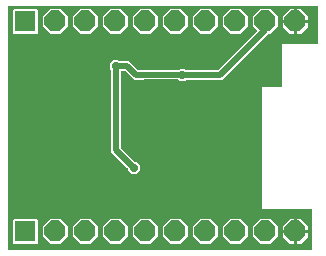
<source format=gbr>
G04 EAGLE Gerber RS-274X export*
G75*
%MOMM*%
%FSLAX34Y34*%
%LPD*%
%INBottom Copper*%
%IPPOS*%
%AMOC8*
5,1,8,0,0,1.08239X$1,22.5*%
G01*
%ADD10C,0.808000*%
%ADD11P,1.924489X8X112.500000*%
%ADD12R,1.778000X1.778000*%
%ADD13C,0.706400*%
%ADD14C,0.500000*%
%ADD15C,0.508000*%

G36*
X262019Y4554D02*
X262019Y4554D01*
X262039Y4552D01*
X262140Y4574D01*
X262242Y4591D01*
X262260Y4600D01*
X262280Y4604D01*
X262368Y4657D01*
X262460Y4706D01*
X262474Y4720D01*
X262491Y4731D01*
X262558Y4809D01*
X262629Y4884D01*
X262638Y4902D01*
X262651Y4918D01*
X262689Y5013D01*
X262733Y5107D01*
X262735Y5127D01*
X262743Y5146D01*
X262761Y5312D01*
X262761Y38000D01*
X262758Y38020D01*
X262760Y38039D01*
X262738Y38141D01*
X262722Y38243D01*
X262712Y38260D01*
X262708Y38280D01*
X262655Y38369D01*
X262606Y38460D01*
X262592Y38474D01*
X262582Y38491D01*
X262503Y38558D01*
X262428Y38630D01*
X262410Y38638D01*
X262395Y38651D01*
X262299Y38690D01*
X262205Y38733D01*
X262185Y38735D01*
X262167Y38743D01*
X262000Y38761D01*
X219761Y38761D01*
X219761Y142239D01*
X236000Y142239D01*
X236020Y142242D01*
X236039Y142240D01*
X236141Y142262D01*
X236243Y142279D01*
X236260Y142288D01*
X236280Y142292D01*
X236369Y142345D01*
X236460Y142394D01*
X236474Y142408D01*
X236491Y142418D01*
X236558Y142497D01*
X236630Y142572D01*
X236638Y142590D01*
X236651Y142605D01*
X236690Y142701D01*
X236733Y142795D01*
X236735Y142815D01*
X236743Y142833D01*
X236761Y143000D01*
X236761Y179239D01*
X267000Y179239D01*
X267020Y179242D01*
X267039Y179240D01*
X267141Y179262D01*
X267243Y179279D01*
X267260Y179288D01*
X267280Y179292D01*
X267369Y179345D01*
X267460Y179394D01*
X267474Y179408D01*
X267491Y179418D01*
X267558Y179497D01*
X267630Y179572D01*
X267638Y179590D01*
X267651Y179605D01*
X267690Y179701D01*
X267733Y179795D01*
X267735Y179815D01*
X267743Y179833D01*
X267761Y180000D01*
X267761Y210260D01*
X267758Y210280D01*
X267760Y210299D01*
X267738Y210401D01*
X267722Y210503D01*
X267712Y210520D01*
X267708Y210540D01*
X267655Y210629D01*
X267606Y210721D01*
X267592Y210734D01*
X267582Y210751D01*
X267503Y210818D01*
X267428Y210890D01*
X267410Y210898D01*
X267395Y210911D01*
X267299Y210950D01*
X267205Y210994D01*
X267185Y210996D01*
X267167Y211003D01*
X267001Y211022D01*
X5525Y211233D01*
X5505Y211230D01*
X5485Y211232D01*
X5384Y211210D01*
X5282Y211193D01*
X5264Y211184D01*
X5244Y211180D01*
X5156Y211127D01*
X5064Y211078D01*
X5050Y211064D01*
X5033Y211053D01*
X4966Y210975D01*
X4895Y210900D01*
X4886Y210882D01*
X4873Y210866D01*
X4835Y210771D01*
X4791Y210677D01*
X4789Y210657D01*
X4781Y210638D01*
X4763Y210472D01*
X4763Y5520D01*
X4766Y5500D01*
X4764Y5481D01*
X4786Y5379D01*
X4802Y5277D01*
X4812Y5259D01*
X4816Y5240D01*
X4869Y5151D01*
X4918Y5059D01*
X4932Y5046D01*
X4942Y5029D01*
X5021Y4962D01*
X5096Y4890D01*
X5114Y4882D01*
X5129Y4869D01*
X5225Y4830D01*
X5319Y4786D01*
X5339Y4784D01*
X5357Y4777D01*
X5523Y4758D01*
X261999Y4551D01*
X262019Y4554D01*
G37*
%LPC*%
G36*
X109208Y69037D02*
X109208Y69037D01*
X106260Y71985D01*
X106260Y73129D01*
X106245Y73220D01*
X106238Y73310D01*
X106226Y73340D01*
X106220Y73372D01*
X106178Y73453D01*
X106142Y73537D01*
X106116Y73569D01*
X106105Y73590D01*
X106082Y73612D01*
X106037Y73668D01*
X92292Y87413D01*
X92292Y156638D01*
X92277Y156728D01*
X92270Y156819D01*
X92258Y156849D01*
X92252Y156881D01*
X92210Y156961D01*
X92174Y157045D01*
X92148Y157077D01*
X92137Y157098D01*
X92114Y157120D01*
X92069Y157176D01*
X91260Y157985D01*
X91260Y162155D01*
X94208Y165103D01*
X98378Y165103D01*
X99147Y164334D01*
X99221Y164281D01*
X99290Y164221D01*
X99320Y164209D01*
X99346Y164190D01*
X99433Y164163D01*
X99518Y164129D01*
X99559Y164125D01*
X99581Y164118D01*
X99614Y164119D01*
X99685Y164111D01*
X107604Y164111D01*
X114631Y157084D01*
X114705Y157031D01*
X114774Y156971D01*
X114804Y156959D01*
X114831Y156940D01*
X114918Y156913D01*
X115002Y156879D01*
X115043Y156875D01*
X115066Y156868D01*
X115098Y156869D01*
X115169Y156861D01*
X119809Y156861D01*
X119862Y156839D01*
X119903Y156835D01*
X119926Y156828D01*
X119958Y156829D01*
X120029Y156821D01*
X149111Y156821D01*
X149201Y156835D01*
X149292Y156843D01*
X149322Y156855D01*
X149354Y156860D01*
X149434Y156903D01*
X149518Y156939D01*
X149550Y156965D01*
X149571Y156975D01*
X149593Y156999D01*
X149649Y157044D01*
X150458Y157853D01*
X154628Y157853D01*
X155397Y157084D01*
X155471Y157031D01*
X155540Y156971D01*
X155570Y156959D01*
X155596Y156940D01*
X155683Y156913D01*
X155768Y156879D01*
X155809Y156875D01*
X155831Y156868D01*
X155864Y156869D01*
X155935Y156861D01*
X182731Y156861D01*
X182821Y156875D01*
X182912Y156883D01*
X182942Y156895D01*
X182974Y156900D01*
X183054Y156943D01*
X183138Y156979D01*
X183170Y157005D01*
X183191Y157015D01*
X183213Y157039D01*
X183269Y157084D01*
X215657Y189472D01*
X215669Y189488D01*
X215684Y189500D01*
X215740Y189588D01*
X215801Y189671D01*
X215807Y189690D01*
X215817Y189707D01*
X215843Y189808D01*
X215873Y189906D01*
X215873Y189926D01*
X215877Y189946D01*
X215869Y190049D01*
X215867Y190152D01*
X215860Y190171D01*
X215858Y190191D01*
X215818Y190286D01*
X215782Y190383D01*
X215770Y190399D01*
X215762Y190417D01*
X215657Y190548D01*
X212509Y193696D01*
X212509Y202304D01*
X218596Y208391D01*
X227204Y208391D01*
X233291Y202304D01*
X233291Y193696D01*
X227204Y187609D01*
X225539Y187609D01*
X225449Y187595D01*
X225358Y187587D01*
X225328Y187575D01*
X225296Y187570D01*
X225216Y187527D01*
X225132Y187491D01*
X225100Y187465D01*
X225079Y187454D01*
X225057Y187431D01*
X225001Y187386D01*
X186394Y148779D01*
X155935Y148779D01*
X155845Y148764D01*
X155754Y148757D01*
X155724Y148745D01*
X155692Y148739D01*
X155611Y148697D01*
X155528Y148661D01*
X155495Y148635D01*
X155475Y148624D01*
X155453Y148601D01*
X155397Y148556D01*
X154628Y147787D01*
X150458Y147787D01*
X149649Y148596D01*
X149575Y148649D01*
X149506Y148709D01*
X149476Y148721D01*
X149450Y148740D01*
X149363Y148767D01*
X149278Y148801D01*
X149237Y148805D01*
X149214Y148812D01*
X149182Y148811D01*
X149111Y148819D01*
X120029Y148819D01*
X119939Y148804D01*
X119848Y148797D01*
X119818Y148785D01*
X119786Y148779D01*
X111506Y148779D01*
X104479Y155806D01*
X104405Y155859D01*
X104336Y155919D01*
X104306Y155931D01*
X104280Y155950D01*
X104193Y155977D01*
X104108Y156011D01*
X104067Y156015D01*
X104044Y156022D01*
X104012Y156021D01*
X103941Y156029D01*
X101055Y156029D01*
X101035Y156026D01*
X101015Y156028D01*
X100914Y156006D01*
X100812Y155989D01*
X100795Y155980D01*
X100775Y155976D01*
X100686Y155923D01*
X100595Y155874D01*
X100581Y155860D01*
X100564Y155850D01*
X100497Y155771D01*
X100425Y155696D01*
X100417Y155678D01*
X100404Y155663D01*
X100365Y155567D01*
X100322Y155473D01*
X100320Y155453D01*
X100312Y155435D01*
X100294Y155268D01*
X100294Y91042D01*
X100308Y90952D01*
X100316Y90861D01*
X100328Y90832D01*
X100333Y90800D01*
X100376Y90719D01*
X100412Y90635D01*
X100438Y90603D01*
X100448Y90582D01*
X100472Y90560D01*
X100517Y90504D01*
X111695Y79326D01*
X111769Y79273D01*
X111839Y79213D01*
X111869Y79201D01*
X111895Y79182D01*
X111982Y79155D01*
X112067Y79121D01*
X112108Y79117D01*
X112130Y79110D01*
X112162Y79111D01*
X112233Y79103D01*
X113378Y79103D01*
X116326Y76155D01*
X116326Y71985D01*
X113378Y69037D01*
X109208Y69037D01*
G37*
%LPD*%
%LPC*%
G36*
X10188Y187609D02*
X10188Y187609D01*
X9309Y188488D01*
X9309Y207512D01*
X10188Y208391D01*
X29212Y208391D01*
X30091Y207512D01*
X30091Y188488D01*
X29212Y187609D01*
X10188Y187609D01*
G37*
%LPD*%
%LPC*%
G36*
X10258Y9819D02*
X10258Y9819D01*
X9379Y10698D01*
X9379Y29722D01*
X10258Y30601D01*
X29282Y30601D01*
X30161Y29722D01*
X30161Y10698D01*
X29282Y9819D01*
X10258Y9819D01*
G37*
%LPD*%
%LPC*%
G36*
X142396Y187609D02*
X142396Y187609D01*
X136309Y193696D01*
X136309Y202304D01*
X142396Y208391D01*
X151004Y208391D01*
X157091Y202304D01*
X157091Y193696D01*
X151004Y187609D01*
X142396Y187609D01*
G37*
%LPD*%
%LPC*%
G36*
X167796Y187609D02*
X167796Y187609D01*
X161709Y193696D01*
X161709Y202304D01*
X167796Y208391D01*
X176404Y208391D01*
X182491Y202304D01*
X182491Y193696D01*
X176404Y187609D01*
X167796Y187609D01*
G37*
%LPD*%
%LPC*%
G36*
X40796Y187609D02*
X40796Y187609D01*
X34709Y193696D01*
X34709Y202304D01*
X40796Y208391D01*
X49404Y208391D01*
X55491Y202304D01*
X55491Y193696D01*
X49404Y187609D01*
X40796Y187609D01*
G37*
%LPD*%
%LPC*%
G36*
X193196Y187609D02*
X193196Y187609D01*
X187109Y193696D01*
X187109Y202304D01*
X193196Y208391D01*
X201804Y208391D01*
X207891Y202304D01*
X207891Y193696D01*
X201804Y187609D01*
X193196Y187609D01*
G37*
%LPD*%
%LPC*%
G36*
X66196Y187609D02*
X66196Y187609D01*
X60109Y193696D01*
X60109Y202304D01*
X66196Y208391D01*
X74804Y208391D01*
X80891Y202304D01*
X80891Y193696D01*
X74804Y187609D01*
X66196Y187609D01*
G37*
%LPD*%
%LPC*%
G36*
X116996Y187609D02*
X116996Y187609D01*
X110909Y193696D01*
X110909Y202304D01*
X116996Y208391D01*
X125604Y208391D01*
X131691Y202304D01*
X131691Y193696D01*
X125604Y187609D01*
X116996Y187609D01*
G37*
%LPD*%
%LPC*%
G36*
X91596Y187609D02*
X91596Y187609D01*
X85509Y193696D01*
X85509Y202304D01*
X91596Y208391D01*
X100204Y208391D01*
X106291Y202304D01*
X106291Y193696D01*
X100204Y187609D01*
X91596Y187609D01*
G37*
%LPD*%
%LPC*%
G36*
X218666Y9819D02*
X218666Y9819D01*
X212579Y15906D01*
X212579Y24514D01*
X218666Y30601D01*
X227274Y30601D01*
X233361Y24514D01*
X233361Y15906D01*
X227274Y9819D01*
X218666Y9819D01*
G37*
%LPD*%
%LPC*%
G36*
X193266Y9819D02*
X193266Y9819D01*
X187179Y15906D01*
X187179Y24514D01*
X193266Y30601D01*
X201874Y30601D01*
X207961Y24514D01*
X207961Y15906D01*
X201874Y9819D01*
X193266Y9819D01*
G37*
%LPD*%
%LPC*%
G36*
X167866Y9819D02*
X167866Y9819D01*
X161779Y15906D01*
X161779Y24514D01*
X167866Y30601D01*
X176474Y30601D01*
X182561Y24514D01*
X182561Y15906D01*
X176474Y9819D01*
X167866Y9819D01*
G37*
%LPD*%
%LPC*%
G36*
X142466Y9819D02*
X142466Y9819D01*
X136379Y15906D01*
X136379Y24514D01*
X142466Y30601D01*
X151074Y30601D01*
X157161Y24514D01*
X157161Y15906D01*
X151074Y9819D01*
X142466Y9819D01*
G37*
%LPD*%
%LPC*%
G36*
X117066Y9819D02*
X117066Y9819D01*
X110979Y15906D01*
X110979Y24514D01*
X117066Y30601D01*
X125674Y30601D01*
X131761Y24514D01*
X131761Y15906D01*
X125674Y9819D01*
X117066Y9819D01*
G37*
%LPD*%
%LPC*%
G36*
X91666Y9819D02*
X91666Y9819D01*
X85579Y15906D01*
X85579Y24514D01*
X91666Y30601D01*
X100274Y30601D01*
X106361Y24514D01*
X106361Y15906D01*
X100274Y9819D01*
X91666Y9819D01*
G37*
%LPD*%
%LPC*%
G36*
X66266Y9819D02*
X66266Y9819D01*
X60179Y15906D01*
X60179Y24514D01*
X66266Y30601D01*
X74874Y30601D01*
X80961Y24514D01*
X80961Y15906D01*
X74874Y9819D01*
X66266Y9819D01*
G37*
%LPD*%
%LPC*%
G36*
X40866Y9819D02*
X40866Y9819D01*
X34779Y15906D01*
X34779Y24514D01*
X40866Y30601D01*
X49474Y30601D01*
X55561Y24514D01*
X55561Y15906D01*
X49474Y9819D01*
X40866Y9819D01*
G37*
%LPD*%
%LPC*%
G36*
X249823Y199523D02*
X249823Y199523D01*
X249823Y208891D01*
X252811Y208891D01*
X259191Y202511D01*
X259191Y199523D01*
X249823Y199523D01*
G37*
%LPD*%
%LPC*%
G36*
X249893Y21733D02*
X249893Y21733D01*
X249893Y31101D01*
X252881Y31101D01*
X259261Y24721D01*
X259261Y21733D01*
X249893Y21733D01*
G37*
%LPD*%
%LPC*%
G36*
X237409Y199523D02*
X237409Y199523D01*
X237409Y202511D01*
X243789Y208891D01*
X246777Y208891D01*
X246777Y199523D01*
X237409Y199523D01*
G37*
%LPD*%
%LPC*%
G36*
X249823Y187109D02*
X249823Y187109D01*
X249823Y196477D01*
X259191Y196477D01*
X259191Y193489D01*
X252811Y187109D01*
X249823Y187109D01*
G37*
%LPD*%
%LPC*%
G36*
X237479Y21733D02*
X237479Y21733D01*
X237479Y24721D01*
X243859Y31101D01*
X246847Y31101D01*
X246847Y21733D01*
X237479Y21733D01*
G37*
%LPD*%
%LPC*%
G36*
X249893Y9319D02*
X249893Y9319D01*
X249893Y18687D01*
X259261Y18687D01*
X259261Y15699D01*
X252881Y9319D01*
X249893Y9319D01*
G37*
%LPD*%
%LPC*%
G36*
X243789Y187109D02*
X243789Y187109D01*
X237409Y193489D01*
X237409Y196477D01*
X246777Y196477D01*
X246777Y187109D01*
X243789Y187109D01*
G37*
%LPD*%
%LPC*%
G36*
X243859Y9319D02*
X243859Y9319D01*
X237479Y15699D01*
X237479Y18687D01*
X246847Y18687D01*
X246847Y9319D01*
X243859Y9319D01*
G37*
%LPD*%
%LPC*%
G36*
X248299Y197999D02*
X248299Y197999D01*
X248299Y198001D01*
X248301Y198001D01*
X248301Y197999D01*
X248299Y197999D01*
G37*
%LPD*%
%LPC*%
G36*
X248369Y20209D02*
X248369Y20209D01*
X248369Y20211D01*
X248371Y20211D01*
X248371Y20209D01*
X248369Y20209D01*
G37*
%LPD*%
D10*
X129293Y121070D03*
X139293Y121070D03*
X149293Y121070D03*
X129293Y111070D03*
X139293Y111070D03*
X149293Y111070D03*
X129293Y101070D03*
X139293Y101070D03*
X149293Y101070D03*
D11*
X45100Y198000D03*
D12*
X19700Y198000D03*
D11*
X70500Y198000D03*
X95900Y198000D03*
X121300Y198000D03*
X146700Y198000D03*
X172100Y198000D03*
X197500Y198000D03*
X222900Y198000D03*
X248300Y198000D03*
X45170Y20210D03*
D12*
X19770Y20210D03*
D11*
X70570Y20210D03*
X95970Y20210D03*
X121370Y20210D03*
X146770Y20210D03*
X172170Y20210D03*
X197570Y20210D03*
X222970Y20210D03*
X248370Y20210D03*
D13*
X67293Y83070D03*
X46293Y155070D03*
X73293Y131070D03*
X163293Y173320D03*
X201293Y135320D03*
X200293Y124070D03*
X77293Y164070D03*
X211793Y140570D03*
X195293Y176320D03*
X179293Y173320D03*
X57293Y165070D03*
X111293Y64070D03*
X206293Y92070D03*
X201293Y110070D03*
X116293Y166070D03*
X96293Y172070D03*
X220293Y174070D03*
X179293Y85070D03*
X206293Y64070D03*
X178293Y64070D03*
X108293Y144070D03*
X111293Y74070D03*
X96293Y160070D03*
X152543Y152820D03*
D14*
X96293Y89070D02*
X111293Y74070D01*
X96293Y89070D02*
X96293Y160070D01*
X118000Y152820D02*
X152543Y152820D01*
D15*
X105930Y160070D02*
X96293Y160070D01*
X113180Y152820D02*
X118000Y152820D01*
X113180Y152820D02*
X105930Y160070D01*
X152543Y152820D02*
X184720Y152820D01*
X222900Y191000D02*
X222900Y198000D01*
X222900Y191000D02*
X184720Y152820D01*
M02*

</source>
